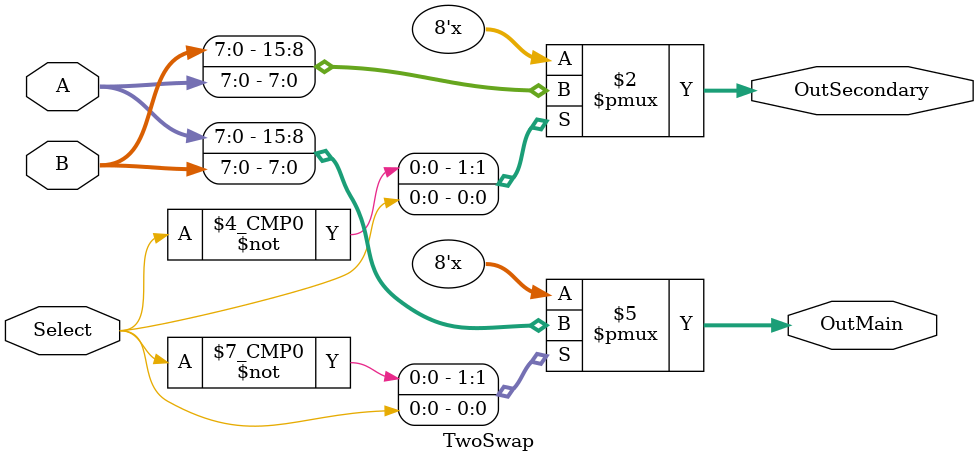
<source format=sv>
module TwoSwap #(parameter W=8)(				
	input Select,

	input [W-1:0]   A,
			B,

	output logic [W-1:0] OutMain, OutSecondary
);


always_comb begin
	OutMain = A;
	OutSecondary = B;
	case (Select)
		'b0: begin OutMain = A; OutSecondary = B; end
		'b1: begin OutMain = B; OutSecondary = A; end
	endcase
end

endmodule
</source>
